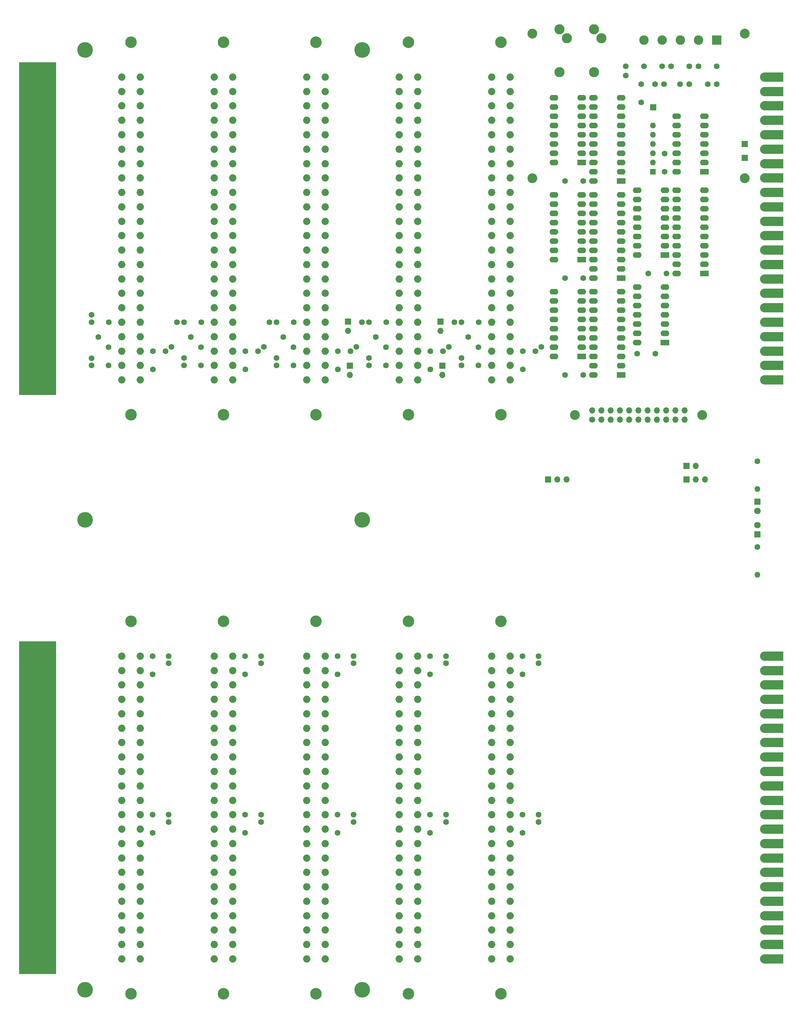
<source format=gbr>
%TF.GenerationSoftware,KiCad,Pcbnew,7.0.9*%
%TF.CreationDate,2024-01-02T13:31:37+01:00*%
%TF.ProjectId,kim-1-mtu-motherboard,6b696d2d-312d-46d7-9475-2d6d6f746865,rev?*%
%TF.SameCoordinates,Original*%
%TF.FileFunction,Soldermask,Top*%
%TF.FilePolarity,Negative*%
%FSLAX46Y46*%
G04 Gerber Fmt 4.6, Leading zero omitted, Abs format (unit mm)*
G04 Created by KiCad (PCBNEW 7.0.9) date 2024-01-02 13:31:37*
%MOMM*%
%LPD*%
G01*
G04 APERTURE LIST*
G04 Aperture macros list*
%AMFreePoly0*
4,1,22,-1.270000,3.180000,1.270000,3.180000,1.270000,-1.910000,1.254364,-2.108672,1.198732,-2.329454,1.104571,-2.536755,0.974909,-2.723912,0.813912,-2.884909,0.626755,-3.014571,0.419454,-3.108732,0.198672,-3.164364,0.000000,-3.180000,-0.198672,-3.164364,-0.419454,-3.108732,-0.626755,-3.014571,-0.813912,-2.884909,-0.974909,-2.723912,-1.104571,-2.536755,-1.198732,-2.329454,-1.254364,-2.108672,
-1.270000,-1.910000,-1.270000,3.180000,-1.270000,3.180000,$1*%
G04 Aperture macros list end*
%ADD10C,0.120000*%
%ADD11R,2.400000X1.600000*%
%ADD12O,2.400000X1.600000*%
%ADD13C,1.600000*%
%ADD14FreePoly0,270.000000*%
%ADD15C,4.300000*%
%ADD16C,2.800000*%
%ADD17R,1.700000X1.700000*%
%ADD18O,1.700000X1.700000*%
%ADD19C,2.700000*%
%ADD20O,1.600000X1.600000*%
%ADD21R,1.800000X1.800000*%
%ADD22C,1.800000*%
%ADD23C,3.180000*%
%ADD24O,2.000000X2.000000*%
%ADD25R,2.600000X2.600000*%
%ADD26C,2.600000*%
%ADD27R,1.600000X1.600000*%
%ADD28C,1.700000*%
G04 APERTURE END LIST*
D10*
%TO.C,P14*%
X42880000Y-226870000D02*
X52940000Y-226870000D01*
X52940000Y-226870000D02*
X52940000Y-318110000D01*
X52940000Y-318110000D02*
X42880000Y-318110000D01*
X42880000Y-318110000D02*
X42880000Y-226870000D01*
G36*
X42880000Y-226870000D02*
G01*
X52940000Y-226870000D01*
X52940000Y-318110000D01*
X42880000Y-318110000D01*
X42880000Y-226870000D01*
G37*
%TO.C,P13*%
X42880000Y-67870000D02*
X52940000Y-67870000D01*
X52940000Y-67870000D02*
X52940000Y-159110000D01*
X52940000Y-159110000D02*
X42880000Y-159110000D01*
X42880000Y-159110000D02*
X42880000Y-67870000D01*
G36*
X42880000Y-67870000D02*
G01*
X52940000Y-67870000D01*
X52940000Y-159110000D01*
X42880000Y-159110000D01*
X42880000Y-67870000D01*
G37*
%TD*%
D11*
%TO.C,U1*%
X208260000Y-100470000D03*
D12*
X208260000Y-97930000D03*
X208260000Y-95390000D03*
X208260000Y-92850000D03*
X208260000Y-90310000D03*
X208260000Y-87770000D03*
X208260000Y-85230000D03*
X208260000Y-82690000D03*
X208260000Y-80150000D03*
X208260000Y-77610000D03*
X200640000Y-77610000D03*
X200640000Y-80150000D03*
X200640000Y-82690000D03*
X200640000Y-85230000D03*
X200640000Y-87770000D03*
X200640000Y-90310000D03*
X200640000Y-92850000D03*
X200640000Y-95390000D03*
X200640000Y-97930000D03*
X200640000Y-100470000D03*
%TD*%
D13*
%TO.C,C38*%
X169090000Y-139230000D03*
X166222118Y-143325760D03*
%TD*%
%TO.C,C10*%
X226930000Y-73880000D03*
X224430000Y-73880000D03*
%TD*%
D14*
%TO.C,P12*%
X249550000Y-230910000D03*
X249550000Y-234870000D03*
X249550000Y-238830000D03*
X249550000Y-242790000D03*
X249550000Y-246750000D03*
X249550000Y-250710000D03*
X249550000Y-254670000D03*
X249550000Y-258630000D03*
X249550000Y-262590000D03*
X249550000Y-266550000D03*
X249550000Y-270510000D03*
X249550000Y-274470000D03*
X249550000Y-278430000D03*
X249550000Y-282390000D03*
X249550000Y-286350000D03*
X249550000Y-290310000D03*
X249550000Y-294270000D03*
X249550000Y-298230000D03*
X249550000Y-302190000D03*
X249550000Y-306150000D03*
X249550000Y-310110000D03*
X249550000Y-314070000D03*
%TD*%
D11*
%TO.C,U3*%
X208260000Y-153730000D03*
D12*
X208260000Y-151190000D03*
X208260000Y-148650000D03*
X208260000Y-146110000D03*
X208260000Y-143570000D03*
X208260000Y-141030000D03*
X208260000Y-138490000D03*
X208260000Y-135950000D03*
X208260000Y-133410000D03*
X208260000Y-130870000D03*
X200640000Y-130870000D03*
X200640000Y-133410000D03*
X200640000Y-135950000D03*
X200640000Y-138490000D03*
X200640000Y-141030000D03*
X200640000Y-143570000D03*
X200640000Y-146110000D03*
X200640000Y-148650000D03*
X200640000Y-151190000D03*
X200640000Y-153730000D03*
%TD*%
D13*
%TO.C,C52*%
X155740000Y-230910000D03*
X155740000Y-235910000D03*
%TD*%
%TO.C,C45*%
X109330000Y-230910000D03*
X109330000Y-232910000D03*
%TD*%
%TO.C,C27*%
X159280000Y-147150000D03*
X160918304Y-146002847D03*
%TD*%
%TO.C,C17*%
X139000000Y-151080000D03*
X139000000Y-149080000D03*
%TD*%
%TO.C,C37*%
X143690000Y-139230000D03*
X140822118Y-143325760D03*
%TD*%
D15*
%TO.C,*%
X137140000Y-193500000D03*
%TD*%
D16*
%TO.C,J3*%
X191290000Y-58800000D03*
X193290000Y-61250000D03*
X191290000Y-70600000D03*
%TD*%
D13*
%TO.C,C41*%
X130400000Y-147150000D03*
X130400000Y-152150000D03*
%TD*%
%TO.C,C11*%
X234500000Y-73880000D03*
X232000000Y-73880000D03*
%TD*%
D17*
%TO.C,J6*%
X188190000Y-182380000D03*
D18*
X190730000Y-182380000D03*
X193270000Y-182380000D03*
%TD*%
D13*
%TO.C,C53*%
X181140000Y-230910000D03*
X181140000Y-235910000D03*
%TD*%
D19*
%TO.C,REF\u002A\u002A*%
X242180000Y-99680000D03*
%TD*%
D13*
%TO.C,C54*%
X83930000Y-274470000D03*
X83930000Y-276470000D03*
%TD*%
D11*
%TO.C,RN4*%
X220240000Y-120750000D03*
D12*
X220240000Y-118210000D03*
X220240000Y-115670000D03*
X220240000Y-113130000D03*
X220240000Y-110590000D03*
X220240000Y-108050000D03*
X220240000Y-105510000D03*
X220240000Y-102970000D03*
X212620000Y-102970000D03*
X212620000Y-105510000D03*
X212620000Y-108050000D03*
X212620000Y-110590000D03*
X212620000Y-113130000D03*
X212620000Y-115670000D03*
X212620000Y-118210000D03*
X212620000Y-120750000D03*
%TD*%
D13*
%TO.C,C64*%
X212620000Y-147890000D03*
X217620000Y-147890000D03*
%TD*%
%TO.C,C30*%
X92860000Y-151110000D03*
X92860000Y-146110000D03*
%TD*%
%TO.C,R2*%
X245670000Y-200930000D03*
D20*
X245670000Y-208550000D03*
%TD*%
D19*
%TO.C,REF\u002A\u002A*%
X242180000Y-59950000D03*
%TD*%
D13*
%TO.C,C20*%
X88200000Y-139230000D03*
X86200000Y-139230000D03*
%TD*%
%TO.C,C18*%
X164400000Y-151080000D03*
X164400000Y-149080000D03*
%TD*%
%TO.C,C5*%
X220160000Y-97920000D03*
X220160000Y-92920000D03*
%TD*%
D17*
%TO.C,J12*%
X159100000Y-151150000D03*
D18*
X159100000Y-153690000D03*
%TD*%
D21*
%TO.C,D2*%
X245670000Y-197490000D03*
D22*
X245670000Y-194950000D03*
%TD*%
D23*
%TO.C,P8*%
X99040000Y-221335000D03*
X99040000Y-323645000D03*
D24*
X96500000Y-230910000D03*
X96500000Y-234870000D03*
X96500000Y-238830000D03*
X96500000Y-242790000D03*
X96500000Y-246750000D03*
X96500000Y-250710000D03*
X96500000Y-254670000D03*
X96500000Y-258630000D03*
X96500000Y-262590000D03*
X96500000Y-266550000D03*
X96500000Y-270510000D03*
X96500000Y-274470000D03*
X96500000Y-278430000D03*
X96500000Y-282390000D03*
X96500000Y-286350000D03*
X96500000Y-290310000D03*
X96500000Y-294270000D03*
X96500000Y-298230000D03*
X96500000Y-302190000D03*
X96500000Y-306150000D03*
X96500000Y-310110000D03*
X96500000Y-314070000D03*
X101580000Y-230910000D03*
X101580000Y-234870000D03*
X101580000Y-238830000D03*
X101580000Y-242790000D03*
X101580000Y-246750000D03*
X101580000Y-250710000D03*
X101580000Y-254670000D03*
X101580000Y-258630000D03*
X101580000Y-262590000D03*
X101580000Y-266550000D03*
X101580000Y-270510000D03*
X101580000Y-274470000D03*
X101580000Y-278430000D03*
X101580000Y-282390000D03*
X101580000Y-286350000D03*
X101580000Y-290310000D03*
X101580000Y-294270000D03*
X101580000Y-298230000D03*
X101580000Y-302190000D03*
X101580000Y-306150000D03*
X101580000Y-310110000D03*
X101580000Y-314070000D03*
%TD*%
D13*
%TO.C,C39*%
X79600000Y-147150000D03*
X79600000Y-152150000D03*
%TD*%
%TO.C,C6*%
X221910000Y-68970000D03*
X226910000Y-68970000D03*
%TD*%
%TO.C,C22*%
X139000000Y-139230000D03*
X137000000Y-139230000D03*
%TD*%
%TO.C,C14*%
X62800000Y-151110000D03*
X62800000Y-149110000D03*
%TD*%
D23*
%TO.C,P11*%
X175240000Y-221335000D03*
X175240000Y-323645000D03*
D24*
X172700000Y-230910000D03*
X172700000Y-234870000D03*
X172700000Y-238830000D03*
X172700000Y-242790000D03*
X172700000Y-246750000D03*
X172700000Y-250710000D03*
X172700000Y-254670000D03*
X172700000Y-258630000D03*
X172700000Y-262590000D03*
X172700000Y-266550000D03*
X172700000Y-270510000D03*
X172700000Y-274470000D03*
X172700000Y-278430000D03*
X172700000Y-282390000D03*
X172700000Y-286350000D03*
X172700000Y-290310000D03*
X172700000Y-294270000D03*
X172700000Y-298230000D03*
X172700000Y-302190000D03*
X172700000Y-306150000D03*
X172700000Y-310110000D03*
X172700000Y-314070000D03*
X177780000Y-230910000D03*
X177780000Y-234870000D03*
X177780000Y-238830000D03*
X177780000Y-242790000D03*
X177780000Y-246750000D03*
X177780000Y-250710000D03*
X177780000Y-254670000D03*
X177780000Y-258630000D03*
X177780000Y-262590000D03*
X177780000Y-266550000D03*
X177780000Y-270510000D03*
X177780000Y-274470000D03*
X177780000Y-278430000D03*
X177780000Y-282390000D03*
X177780000Y-286350000D03*
X177780000Y-290310000D03*
X177780000Y-294270000D03*
X177780000Y-298230000D03*
X177780000Y-302190000D03*
X177780000Y-306150000D03*
X177780000Y-310110000D03*
X177780000Y-314070000D03*
%TD*%
D13*
%TO.C,C24*%
X83080000Y-147150000D03*
X84718304Y-146002847D03*
%TD*%
D25*
%TO.C,J1*%
X234500000Y-61755000D03*
D26*
X229500000Y-61755000D03*
X224500000Y-61755000D03*
X219500000Y-61755000D03*
X214500000Y-61755000D03*
%TD*%
D13*
%TO.C,C25*%
X108480000Y-147150000D03*
X110118304Y-146002847D03*
%TD*%
D17*
%TO.C,J10*%
X217040000Y-80240000D03*
%TD*%
D15*
%TO.C,*%
X137140000Y-64500000D03*
%TD*%
D13*
%TO.C,C58*%
X185530000Y-274470000D03*
X185530000Y-276470000D03*
%TD*%
D23*
%TO.C,P1*%
X73640000Y-62335000D03*
X73640000Y-164645000D03*
D24*
X71100000Y-71910000D03*
X71100000Y-75870000D03*
X71100000Y-79830000D03*
X71100000Y-83790000D03*
X71100000Y-87750000D03*
X71100000Y-91710000D03*
X71100000Y-95670000D03*
X71100000Y-99630000D03*
X71100000Y-103590000D03*
X71100000Y-107550000D03*
X71100000Y-111510000D03*
X71100000Y-115470000D03*
X71100000Y-119430000D03*
X71100000Y-123390000D03*
X71100000Y-127350000D03*
X71100000Y-131310000D03*
X71100000Y-135270000D03*
X71100000Y-139230000D03*
X71100000Y-143190000D03*
X71100000Y-147150000D03*
X71100000Y-151110000D03*
X71100000Y-155070000D03*
X76180000Y-71910000D03*
X76180000Y-75870000D03*
X76180000Y-79830000D03*
X76180000Y-83790000D03*
X76180000Y-87750000D03*
X76180000Y-91710000D03*
X76180000Y-95670000D03*
X76180000Y-99630000D03*
X76180000Y-103590000D03*
X76180000Y-107550000D03*
X76180000Y-111510000D03*
X76180000Y-115470000D03*
X76180000Y-119430000D03*
X76180000Y-123390000D03*
X76180000Y-127350000D03*
X76180000Y-131310000D03*
X76180000Y-135270000D03*
X76180000Y-139230000D03*
X76180000Y-143190000D03*
X76180000Y-147150000D03*
X76180000Y-151110000D03*
X76180000Y-155070000D03*
%TD*%
D13*
%TO.C,C49*%
X79540000Y-230910000D03*
X79540000Y-235910000D03*
%TD*%
%TO.C,R1*%
X245650000Y-177400000D03*
D20*
X245650000Y-185020000D03*
%TD*%
D19*
%TO.C,REF\u002A\u002A*%
X183840000Y-99680000D03*
%TD*%
D13*
%TO.C,C43*%
X181200000Y-147150000D03*
X181200000Y-152150000D03*
%TD*%
D19*
%TO.C,REF\u002A\u002A*%
X195540000Y-164710000D03*
%TD*%
D13*
%TO.C,C55*%
X109330000Y-274470000D03*
X109330000Y-276470000D03*
%TD*%
D14*
%TO.C,P6*%
X249550000Y-71910000D03*
X249550000Y-75870000D03*
X249550000Y-79830000D03*
X249550000Y-83790000D03*
X249550000Y-87750000D03*
X249550000Y-91710000D03*
X249550000Y-95670000D03*
X249550000Y-99630000D03*
X249550000Y-103590000D03*
X249550000Y-107550000D03*
X249550000Y-111510000D03*
X249550000Y-115470000D03*
X249550000Y-119430000D03*
X249550000Y-123390000D03*
X249550000Y-127350000D03*
X249550000Y-131310000D03*
X249550000Y-135270000D03*
X249550000Y-139230000D03*
X249550000Y-143190000D03*
X249550000Y-147150000D03*
X249550000Y-151110000D03*
X249550000Y-155070000D03*
%TD*%
D13*
%TO.C,C16*%
X113600000Y-151080000D03*
X113600000Y-149080000D03*
%TD*%
D15*
%TO.C,*%
X61000000Y-193500000D03*
%TD*%
D13*
%TO.C,C29*%
X67460000Y-151110000D03*
X67460000Y-146110000D03*
%TD*%
D15*
%TO.C,*%
X61000000Y-64500000D03*
%TD*%
D17*
%TO.C,J13*%
X133170000Y-139100000D03*
D18*
X133170000Y-141640000D03*
%TD*%
D11*
%TO.C,RN1*%
X197350000Y-95390000D03*
D12*
X197350000Y-92850000D03*
X197350000Y-90310000D03*
X197350000Y-87770000D03*
X197350000Y-85230000D03*
X197350000Y-82690000D03*
X197350000Y-80150000D03*
X197350000Y-77610000D03*
X189730000Y-77610000D03*
X189730000Y-80150000D03*
X189730000Y-82690000D03*
X189730000Y-85230000D03*
X189730000Y-87770000D03*
X189730000Y-90310000D03*
X189730000Y-92850000D03*
X189730000Y-95390000D03*
%TD*%
D13*
%TO.C,C40*%
X105000000Y-147150000D03*
X105000000Y-152150000D03*
%TD*%
%TO.C,C59*%
X79540000Y-274470000D03*
X79540000Y-279470000D03*
%TD*%
%TO.C,C1*%
X197840000Y-100470000D03*
X192840000Y-100470000D03*
%TD*%
D16*
%TO.C,J2*%
X200810000Y-58800000D03*
X202810000Y-61250000D03*
X200810000Y-70600000D03*
%TD*%
D13*
%TO.C,C31*%
X118260000Y-151110000D03*
X118260000Y-146110000D03*
%TD*%
D23*
%TO.C,P4*%
X149840000Y-62335000D03*
X149840000Y-164645000D03*
D24*
X147300000Y-71910000D03*
X147300000Y-75870000D03*
X147300000Y-79830000D03*
X147300000Y-83790000D03*
X147300000Y-87750000D03*
X147300000Y-91710000D03*
X147300000Y-95670000D03*
X147300000Y-99630000D03*
X147300000Y-103590000D03*
X147300000Y-107550000D03*
X147300000Y-111510000D03*
X147300000Y-115470000D03*
X147300000Y-119430000D03*
X147300000Y-123390000D03*
X147300000Y-127350000D03*
X147300000Y-131310000D03*
X147300000Y-135270000D03*
X147300000Y-139230000D03*
X147300000Y-143190000D03*
X147300000Y-147150000D03*
X147300000Y-151110000D03*
X147300000Y-155070000D03*
X152380000Y-71910000D03*
X152380000Y-75870000D03*
X152380000Y-79830000D03*
X152380000Y-83790000D03*
X152380000Y-87750000D03*
X152380000Y-91710000D03*
X152380000Y-95670000D03*
X152380000Y-99630000D03*
X152380000Y-103590000D03*
X152380000Y-107550000D03*
X152380000Y-111510000D03*
X152380000Y-115470000D03*
X152380000Y-119430000D03*
X152380000Y-123390000D03*
X152380000Y-127350000D03*
X152380000Y-131310000D03*
X152380000Y-135270000D03*
X152380000Y-139230000D03*
X152380000Y-143190000D03*
X152380000Y-147150000D03*
X152380000Y-151110000D03*
X152380000Y-155070000D03*
%TD*%
D13*
%TO.C,C21*%
X113600000Y-139230000D03*
X111600000Y-139230000D03*
%TD*%
%TO.C,C56*%
X134730000Y-274470000D03*
X134730000Y-276470000D03*
%TD*%
%TO.C,C57*%
X160130000Y-274470000D03*
X160130000Y-276470000D03*
%TD*%
%TO.C,C44*%
X83930000Y-230910000D03*
X83930000Y-232910000D03*
%TD*%
%TO.C,C32*%
X143660000Y-151110000D03*
X143660000Y-146110000D03*
%TD*%
%TO.C,C35*%
X92890000Y-139230000D03*
X90022118Y-143325760D03*
%TD*%
%TO.C,C50*%
X104940000Y-230910000D03*
X104940000Y-235910000D03*
%TD*%
D17*
%TO.C,J11*%
X158570000Y-139100000D03*
D18*
X158570000Y-141640000D03*
%TD*%
D11*
%TO.C,U2*%
X208260000Y-127100000D03*
D12*
X208260000Y-124560000D03*
X208260000Y-122020000D03*
X208260000Y-119480000D03*
X208260000Y-116940000D03*
X208260000Y-114400000D03*
X208260000Y-111860000D03*
X208260000Y-109320000D03*
X208260000Y-106780000D03*
X208260000Y-104240000D03*
X200640000Y-104240000D03*
X200640000Y-106780000D03*
X200640000Y-109320000D03*
X200640000Y-111860000D03*
X200640000Y-114400000D03*
X200640000Y-116940000D03*
X200640000Y-119480000D03*
X200640000Y-122020000D03*
X200640000Y-124560000D03*
X200640000Y-127100000D03*
%TD*%
D13*
%TO.C,C63*%
X181140000Y-274470000D03*
X181140000Y-279470000D03*
%TD*%
%TO.C,C8*%
X219500000Y-68970000D03*
X214500000Y-68970000D03*
%TD*%
D23*
%TO.C,P7*%
X73640000Y-221335000D03*
X73640000Y-323645000D03*
D24*
X71100000Y-230910000D03*
X71100000Y-234870000D03*
X71100000Y-238830000D03*
X71100000Y-242790000D03*
X71100000Y-246750000D03*
X71100000Y-250710000D03*
X71100000Y-254670000D03*
X71100000Y-258630000D03*
X71100000Y-262590000D03*
X71100000Y-266550000D03*
X71100000Y-270510000D03*
X71100000Y-274470000D03*
X71100000Y-278430000D03*
X71100000Y-282390000D03*
X71100000Y-286350000D03*
X71100000Y-290310000D03*
X71100000Y-294270000D03*
X71100000Y-298230000D03*
X71100000Y-302190000D03*
X71100000Y-306150000D03*
X71100000Y-310110000D03*
X71100000Y-314070000D03*
X76180000Y-230910000D03*
X76180000Y-234870000D03*
X76180000Y-238830000D03*
X76180000Y-242790000D03*
X76180000Y-246750000D03*
X76180000Y-250710000D03*
X76180000Y-254670000D03*
X76180000Y-258630000D03*
X76180000Y-262590000D03*
X76180000Y-266550000D03*
X76180000Y-270510000D03*
X76180000Y-274470000D03*
X76180000Y-278430000D03*
X76180000Y-282390000D03*
X76180000Y-286350000D03*
X76180000Y-290310000D03*
X76180000Y-294270000D03*
X76180000Y-298230000D03*
X76180000Y-302190000D03*
X76180000Y-306150000D03*
X76180000Y-310110000D03*
X76180000Y-314070000D03*
%TD*%
D13*
%TO.C,C4*%
X220640000Y-125830000D03*
X215640000Y-125830000D03*
%TD*%
D15*
%TO.C,*%
X61000000Y-322500000D03*
%TD*%
D13*
%TO.C,C36*%
X118290000Y-139230000D03*
X115422118Y-143325760D03*
%TD*%
%TO.C,C19*%
X62800000Y-139230000D03*
X62800000Y-137230000D03*
%TD*%
D21*
%TO.C,D1*%
X245660000Y-188490000D03*
D22*
X245660000Y-191030000D03*
%TD*%
D23*
%TO.C,P3*%
X124440000Y-62335000D03*
X124440000Y-164645000D03*
D24*
X121900000Y-71910000D03*
X121900000Y-75870000D03*
X121900000Y-79830000D03*
X121900000Y-83790000D03*
X121900000Y-87750000D03*
X121900000Y-91710000D03*
X121900000Y-95670000D03*
X121900000Y-99630000D03*
X121900000Y-103590000D03*
X121900000Y-107550000D03*
X121900000Y-111510000D03*
X121900000Y-115470000D03*
X121900000Y-119430000D03*
X121900000Y-123390000D03*
X121900000Y-127350000D03*
X121900000Y-131310000D03*
X121900000Y-135270000D03*
X121900000Y-139230000D03*
X121900000Y-143190000D03*
X121900000Y-147150000D03*
X121900000Y-151110000D03*
X121900000Y-155070000D03*
X126980000Y-71910000D03*
X126980000Y-75870000D03*
X126980000Y-79830000D03*
X126980000Y-83790000D03*
X126980000Y-87750000D03*
X126980000Y-91710000D03*
X126980000Y-95670000D03*
X126980000Y-99630000D03*
X126980000Y-103590000D03*
X126980000Y-107550000D03*
X126980000Y-111510000D03*
X126980000Y-115470000D03*
X126980000Y-119430000D03*
X126980000Y-123390000D03*
X126980000Y-127350000D03*
X126980000Y-131310000D03*
X126980000Y-135270000D03*
X126980000Y-139230000D03*
X126980000Y-143190000D03*
X126980000Y-147150000D03*
X126980000Y-151110000D03*
X126980000Y-155070000D03*
%TD*%
D13*
%TO.C,C15*%
X88200000Y-151080000D03*
X88200000Y-149080000D03*
%TD*%
%TO.C,C26*%
X133880000Y-147150000D03*
X135518304Y-146002847D03*
%TD*%
%TO.C,C3*%
X197840000Y-153730000D03*
X192840000Y-153730000D03*
%TD*%
D17*
%TO.C,J8*%
X242180000Y-94140000D03*
%TD*%
%TO.C,J14*%
X133700000Y-151150000D03*
D18*
X133700000Y-153690000D03*
%TD*%
D23*
%TO.C,P5*%
X175240000Y-62335000D03*
X175240000Y-164645000D03*
D24*
X172700000Y-71910000D03*
X172700000Y-75870000D03*
X172700000Y-79830000D03*
X172700000Y-83790000D03*
X172700000Y-87750000D03*
X172700000Y-91710000D03*
X172700000Y-95670000D03*
X172700000Y-99630000D03*
X172700000Y-103590000D03*
X172700000Y-107550000D03*
X172700000Y-111510000D03*
X172700000Y-115470000D03*
X172700000Y-119430000D03*
X172700000Y-123390000D03*
X172700000Y-127350000D03*
X172700000Y-131310000D03*
X172700000Y-135270000D03*
X172700000Y-139230000D03*
X172700000Y-143190000D03*
X172700000Y-147150000D03*
X172700000Y-151110000D03*
X172700000Y-155070000D03*
X177780000Y-71910000D03*
X177780000Y-75870000D03*
X177780000Y-79830000D03*
X177780000Y-83790000D03*
X177780000Y-87750000D03*
X177780000Y-91710000D03*
X177780000Y-95670000D03*
X177780000Y-99630000D03*
X177780000Y-103590000D03*
X177780000Y-107550000D03*
X177780000Y-111510000D03*
X177780000Y-115470000D03*
X177780000Y-119430000D03*
X177780000Y-123390000D03*
X177780000Y-127350000D03*
X177780000Y-131310000D03*
X177780000Y-135270000D03*
X177780000Y-139230000D03*
X177780000Y-143190000D03*
X177780000Y-147150000D03*
X177780000Y-151110000D03*
X177780000Y-155070000D03*
%TD*%
D13*
%TO.C,C42*%
X155800000Y-147150000D03*
X155800000Y-152150000D03*
%TD*%
%TO.C,C12*%
X209490000Y-68970000D03*
X209490000Y-71470000D03*
%TD*%
D17*
%TO.C,J4*%
X226160000Y-182380000D03*
D18*
X228700000Y-182380000D03*
X231240000Y-182380000D03*
%TD*%
D11*
%TO.C,RN2*%
X197350000Y-122020000D03*
D12*
X197350000Y-119480000D03*
X197350000Y-116940000D03*
X197350000Y-114400000D03*
X197350000Y-111860000D03*
X197350000Y-109320000D03*
X197350000Y-106780000D03*
X197350000Y-104240000D03*
X189730000Y-104240000D03*
X189730000Y-106780000D03*
X189730000Y-109320000D03*
X189730000Y-111860000D03*
X189730000Y-114400000D03*
X189730000Y-116940000D03*
X189730000Y-119480000D03*
X189730000Y-122020000D03*
%TD*%
D19*
%TO.C,REF\u002A\u002A*%
X183840000Y-59950000D03*
%TD*%
D11*
%TO.C,U4*%
X231060000Y-125830000D03*
D12*
X231060000Y-123290000D03*
X231060000Y-120750000D03*
X231060000Y-118210000D03*
X231060000Y-115670000D03*
X231060000Y-113130000D03*
X231060000Y-110590000D03*
X231060000Y-108050000D03*
X231060000Y-105510000D03*
X231060000Y-102970000D03*
X223440000Y-102970000D03*
X223440000Y-105510000D03*
X223440000Y-108050000D03*
X223440000Y-110590000D03*
X223440000Y-113130000D03*
X223440000Y-115670000D03*
X223440000Y-118210000D03*
X223440000Y-120750000D03*
X223440000Y-123290000D03*
X223440000Y-125830000D03*
%TD*%
D17*
%TO.C,J9*%
X242180000Y-90290000D03*
%TD*%
D13*
%TO.C,C61*%
X130340000Y-274470000D03*
X130340000Y-279470000D03*
%TD*%
D11*
%TO.C,U6*%
X220240000Y-144840000D03*
D12*
X220240000Y-142300000D03*
X220240000Y-139760000D03*
X220240000Y-137220000D03*
X220240000Y-134680000D03*
X220240000Y-132140000D03*
X220240000Y-129600000D03*
X212620000Y-129600000D03*
X212620000Y-132140000D03*
X212620000Y-134680000D03*
X212620000Y-137220000D03*
X212620000Y-139760000D03*
X212620000Y-142300000D03*
X212620000Y-144840000D03*
%TD*%
D13*
%TO.C,C2*%
X197840000Y-127100000D03*
X192840000Y-127100000D03*
%TD*%
%TO.C,C13*%
X217500000Y-73880000D03*
X220000000Y-73880000D03*
%TD*%
D23*
%TO.C,P10*%
X149840000Y-221335000D03*
X149840000Y-323645000D03*
D24*
X147300000Y-230910000D03*
X147300000Y-234870000D03*
X147300000Y-238830000D03*
X147300000Y-242790000D03*
X147300000Y-246750000D03*
X147300000Y-250710000D03*
X147300000Y-254670000D03*
X147300000Y-258630000D03*
X147300000Y-262590000D03*
X147300000Y-266550000D03*
X147300000Y-270510000D03*
X147300000Y-274470000D03*
X147300000Y-278430000D03*
X147300000Y-282390000D03*
X147300000Y-286350000D03*
X147300000Y-290310000D03*
X147300000Y-294270000D03*
X147300000Y-298230000D03*
X147300000Y-302190000D03*
X147300000Y-306150000D03*
X147300000Y-310110000D03*
X147300000Y-314070000D03*
X152380000Y-230910000D03*
X152380000Y-234870000D03*
X152380000Y-238830000D03*
X152380000Y-242790000D03*
X152380000Y-246750000D03*
X152380000Y-250710000D03*
X152380000Y-254670000D03*
X152380000Y-258630000D03*
X152380000Y-262590000D03*
X152380000Y-266550000D03*
X152380000Y-270510000D03*
X152380000Y-274470000D03*
X152380000Y-278430000D03*
X152380000Y-282390000D03*
X152380000Y-286350000D03*
X152380000Y-290310000D03*
X152380000Y-294270000D03*
X152380000Y-298230000D03*
X152380000Y-302190000D03*
X152380000Y-306150000D03*
X152380000Y-310110000D03*
X152380000Y-314070000D03*
%TD*%
D13*
%TO.C,C9*%
X213740000Y-78880000D03*
X213740000Y-73880000D03*
%TD*%
D15*
%TO.C,*%
X137140000Y-322500000D03*
%TD*%
D11*
%TO.C,RN3*%
X197350000Y-148640000D03*
D12*
X197350000Y-146100000D03*
X197350000Y-143560000D03*
X197350000Y-141020000D03*
X197350000Y-138480000D03*
X197350000Y-135940000D03*
X197350000Y-133400000D03*
X197350000Y-130860000D03*
X189730000Y-130860000D03*
X189730000Y-133400000D03*
X189730000Y-135940000D03*
X189730000Y-138480000D03*
X189730000Y-141020000D03*
X189730000Y-143560000D03*
X189730000Y-146100000D03*
X189730000Y-148640000D03*
%TD*%
D11*
%TO.C,U5*%
X231060000Y-97930000D03*
D12*
X231060000Y-95390000D03*
X231060000Y-92850000D03*
X231060000Y-90310000D03*
X231060000Y-87770000D03*
X231060000Y-85230000D03*
X231060000Y-82690000D03*
X223440000Y-82690000D03*
X223440000Y-85230000D03*
X223440000Y-87770000D03*
X223440000Y-90310000D03*
X223440000Y-92850000D03*
X223440000Y-95390000D03*
X223440000Y-97930000D03*
%TD*%
D23*
%TO.C,P9*%
X124440000Y-221335000D03*
X124440000Y-323645000D03*
D24*
X121900000Y-230910000D03*
X121900000Y-234870000D03*
X121900000Y-238830000D03*
X121900000Y-242790000D03*
X121900000Y-246750000D03*
X121900000Y-250710000D03*
X121900000Y-254670000D03*
X121900000Y-258630000D03*
X121900000Y-262590000D03*
X121900000Y-266550000D03*
X121900000Y-270510000D03*
X121900000Y-274470000D03*
X121900000Y-278430000D03*
X121900000Y-282390000D03*
X121900000Y-286350000D03*
X121900000Y-290310000D03*
X121900000Y-294270000D03*
X121900000Y-298230000D03*
X121900000Y-302190000D03*
X121900000Y-306150000D03*
X121900000Y-310110000D03*
X121900000Y-314070000D03*
X126980000Y-230910000D03*
X126980000Y-234870000D03*
X126980000Y-238830000D03*
X126980000Y-242790000D03*
X126980000Y-246750000D03*
X126980000Y-250710000D03*
X126980000Y-254670000D03*
X126980000Y-258630000D03*
X126980000Y-262590000D03*
X126980000Y-266550000D03*
X126980000Y-270510000D03*
X126980000Y-274470000D03*
X126980000Y-278430000D03*
X126980000Y-282390000D03*
X126980000Y-286350000D03*
X126980000Y-290310000D03*
X126980000Y-294270000D03*
X126980000Y-298230000D03*
X126980000Y-302190000D03*
X126980000Y-306150000D03*
X126980000Y-310110000D03*
X126980000Y-314070000D03*
%TD*%
D17*
%TO.C,J5*%
X226160000Y-178680000D03*
D18*
X228700000Y-178680000D03*
%TD*%
D13*
%TO.C,C48*%
X185530000Y-230910000D03*
X185530000Y-232910000D03*
%TD*%
%TO.C,C51*%
X130340000Y-230910000D03*
X130340000Y-235910000D03*
%TD*%
%TO.C,C60*%
X104940000Y-274470000D03*
X104940000Y-279470000D03*
%TD*%
%TO.C,C33*%
X169060000Y-151110000D03*
X169060000Y-146110000D03*
%TD*%
%TO.C,C47*%
X160130000Y-230910000D03*
X160130000Y-232910000D03*
%TD*%
D19*
%TO.C,REF\u002A\u002A*%
X230470000Y-164710000D03*
%TD*%
D13*
%TO.C,C62*%
X155740000Y-274470000D03*
X155740000Y-279470000D03*
%TD*%
D27*
%TO.C,RN5*%
X216960000Y-97930000D03*
D20*
X216960000Y-95390000D03*
X216960000Y-92850000D03*
X216960000Y-90310000D03*
X216960000Y-87770000D03*
X216960000Y-85230000D03*
%TD*%
D13*
%TO.C,C28*%
X184680000Y-147150000D03*
X186318304Y-146002847D03*
%TD*%
D28*
%TO.C,J7*%
X200300000Y-165980000D03*
D18*
X200300000Y-163440000D03*
X202840000Y-165980000D03*
X202840000Y-163440000D03*
X205380000Y-165980000D03*
X205380000Y-163440000D03*
X207920000Y-165980000D03*
X207920000Y-163440000D03*
X210460000Y-165980000D03*
X210460000Y-163440000D03*
X213000000Y-165980000D03*
X213000000Y-163440000D03*
X215540000Y-165980000D03*
X215540000Y-163440000D03*
X218080000Y-165980000D03*
X218080000Y-163440000D03*
X220620000Y-165980000D03*
X220620000Y-163440000D03*
X223160000Y-165980000D03*
X223160000Y-163440000D03*
X225700000Y-165980000D03*
X225700000Y-163440000D03*
%TD*%
D13*
%TO.C,C7*%
X229460000Y-68970000D03*
X234460000Y-68970000D03*
%TD*%
D23*
%TO.C,P2*%
X99040000Y-62335000D03*
X99040000Y-164645000D03*
D24*
X96500000Y-71910000D03*
X96500000Y-75870000D03*
X96500000Y-79830000D03*
X96500000Y-83790000D03*
X96500000Y-87750000D03*
X96500000Y-91710000D03*
X96500000Y-95670000D03*
X96500000Y-99630000D03*
X96500000Y-103590000D03*
X96500000Y-107550000D03*
X96500000Y-111510000D03*
X96500000Y-115470000D03*
X96500000Y-119430000D03*
X96500000Y-123390000D03*
X96500000Y-127350000D03*
X96500000Y-131310000D03*
X96500000Y-135270000D03*
X96500000Y-139230000D03*
X96500000Y-143190000D03*
X96500000Y-147150000D03*
X96500000Y-151110000D03*
X96500000Y-155070000D03*
X101580000Y-71910000D03*
X101580000Y-75870000D03*
X101580000Y-79830000D03*
X101580000Y-83790000D03*
X101580000Y-87750000D03*
X101580000Y-91710000D03*
X101580000Y-95670000D03*
X101580000Y-99630000D03*
X101580000Y-103590000D03*
X101580000Y-107550000D03*
X101580000Y-111510000D03*
X101580000Y-115470000D03*
X101580000Y-119430000D03*
X101580000Y-123390000D03*
X101580000Y-127350000D03*
X101580000Y-131310000D03*
X101580000Y-135270000D03*
X101580000Y-139230000D03*
X101580000Y-143190000D03*
X101580000Y-147150000D03*
X101580000Y-151110000D03*
X101580000Y-155070000D03*
%TD*%
D13*
%TO.C,C23*%
X164400000Y-139230000D03*
X162400000Y-139230000D03*
%TD*%
%TO.C,C34*%
X67490000Y-139230000D03*
X64622118Y-143325760D03*
%TD*%
%TO.C,C46*%
X134730000Y-230910000D03*
X134730000Y-232910000D03*
%TD*%
M02*

</source>
